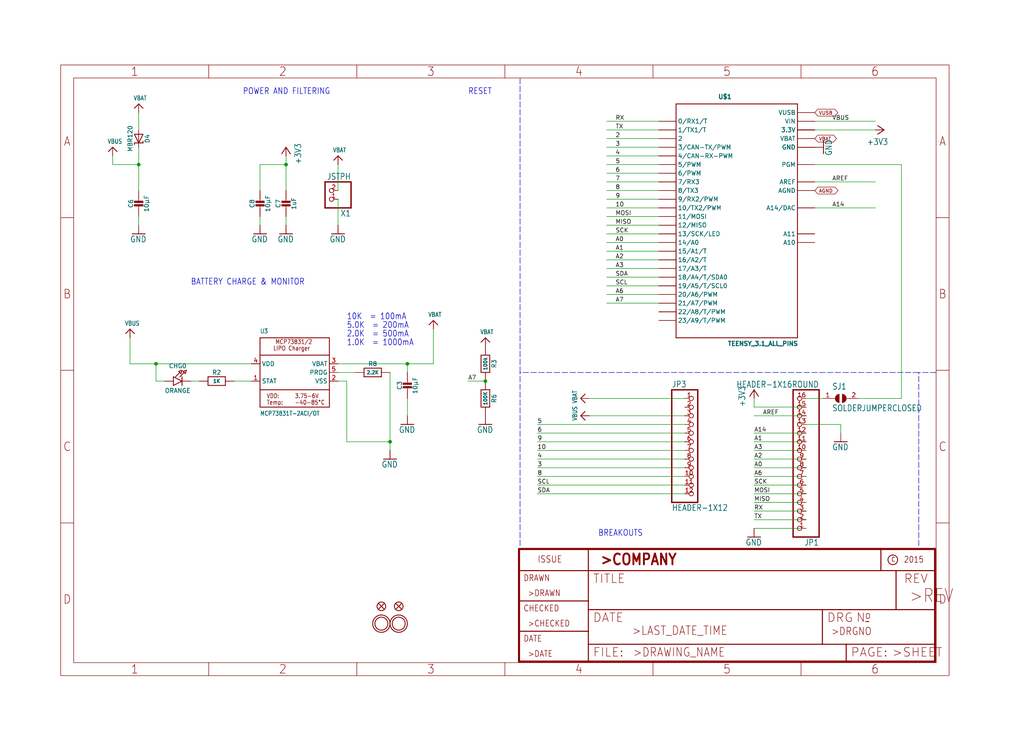
<source format=kicad_sch>
(kicad_sch (version 20211123) (generator eeschema)
  (paper "User" 300.076 217.881)
  (lib_symbols
    (symbol "eagleSchem-eagle-import:+3V3" (power)
      (property "Value" "+3V3" (at -2.54 -5.08 90))
      (symbol "+3V3_1_0"
        (polyline (pts (xy 0 0) (xy -1.27 -1.905)) (stroke (width 0.254)))
        (polyline (pts (xy 1.27 -1.905) (xy 0 0)) (stroke (width 0.254)))
        (pin power_in line (at 0 -2.54 90) (length 2.54) (name "+3V3") (number "1"))
      )
    )
    (symbol "eagleSchem-eagle-import:CAP_CERAMIC0603_NO"
      (property "Reference" "C" (at -2.29 1.25 90))
      (property "Value" "CAP_CERAMIC0603_NO" (at 2.3 1.25 90))
      (symbol "CAP_CERAMIC0603_NO_1_0"
        (rectangle (start -1.27 0.508) (end 1.27 1.016) (fill (type outline)))
        (rectangle (start -1.27 1.524) (end 1.27 2.032) (fill (type outline)))
        (polyline (pts (xy 0 0.762) (xy 0 0)) (stroke (width 0.1524)))
        (polyline (pts (xy 0 2.54) (xy 0 1.778)) (stroke (width 0.1524)))
        (pin passive line (at 0 5.08 270) (length 2.54) (name "1") (number "1"))
        (pin passive line (at 0 -2.54 90) (length 2.54) (name "2") (number "2"))
      )
    )
    (symbol "eagleSchem-eagle-import:CAP_CERAMIC0805-NOOUTLINE"
      (property "Reference" "C" (at -2.29 1.25 90))
      (property "Value" "CAP_CERAMIC0805-NOOUTLINE" (at 2.3 1.25 90))
      (symbol "CAP_CERAMIC0805-NOOUTLINE_1_0"
        (rectangle (start -1.27 0.508) (end 1.27 1.016) (fill (type outline)))
        (rectangle (start -1.27 1.524) (end 1.27 2.032) (fill (type outline)))
        (polyline (pts (xy 0 0.762) (xy 0 0)) (stroke (width 0.1524)))
        (polyline (pts (xy 0 2.54) (xy 0 1.778)) (stroke (width 0.1524)))
        (pin passive line (at 0 5.08 270) (length 2.54) (name "1") (number "1"))
        (pin passive line (at 0 -2.54 90) (length 2.54) (name "2") (number "2"))
      )
    )
    (symbol "eagleSchem-eagle-import:CON_JST_PH_2PIN"
      (property "Reference" "X" (at -6.35 5.715 0))
      (property "Value" "CON_JST_PH_2PIN" (at -6.35 -5.08 0))
      (symbol "CON_JST_PH_2PIN_1_0"
        (polyline (pts (xy -6.35 -2.54) (xy 1.27 -2.54)) (stroke (width 0.4064)))
        (polyline (pts (xy -6.35 5.08) (xy -6.35 -2.54)) (stroke (width 0.4064)))
        (polyline (pts (xy 1.27 -2.54) (xy 1.27 5.08)) (stroke (width 0.4064)))
        (polyline (pts (xy 1.27 5.08) (xy -6.35 5.08)) (stroke (width 0.4064)))
        (pin passive inverted (at -2.54 2.54 0) (length 2.54) (name "1") (number "1"))
        (pin passive inverted (at -2.54 0 0) (length 2.54) (name "2") (number "2"))
      )
    )
    (symbol "eagleSchem-eagle-import:DIODE-SCHOTTKYSOD-123"
      (property "Reference" "D" (at 0 2.54 0))
      (property "Value" "DIODE-SCHOTTKYSOD-123" (at 0 -2.5 0))
      (symbol "DIODE-SCHOTTKYSOD-123_1_0"
        (polyline (pts (xy -1.27 -1.27) (xy 1.27 0)) (stroke (width 0.254)))
        (polyline (pts (xy -1.27 1.27) (xy -1.27 -1.27)) (stroke (width 0.254)))
        (polyline (pts (xy 1.27 -1.27) (xy 1.778 -1.27)) (stroke (width 0.254)))
        (polyline (pts (xy 1.27 0) (xy -1.27 1.27)) (stroke (width 0.254)))
        (polyline (pts (xy 1.27 0) (xy 1.27 -1.27)) (stroke (width 0.254)))
        (polyline (pts (xy 1.27 1.27) (xy 0.762 1.27)) (stroke (width 0.254)))
        (polyline (pts (xy 1.27 1.27) (xy 1.27 0)) (stroke (width 0.254)))
        (pin passive line (at -2.54 0 0) (length 2.54) (name "A") (number "A"))
        (pin passive line (at 2.54 0 180) (length 2.54) (name "C") (number "C"))
      )
    )
    (symbol "eagleSchem-eagle-import:FIDUCIAL{dblquote}{dblquote}"
      (symbol "FIDUCIAL{dblquote}{dblquote}_1_0"
        (polyline (pts (xy -0.762 0.762) (xy 0.762 -0.762)) (stroke (width 0.254)))
        (polyline (pts (xy 0.762 0.762) (xy -0.762 -0.762)) (stroke (width 0.254)))
        (circle (center 0 0) (radius 1.27) (stroke (width 0.254)))
      )
    )
    (symbol "eagleSchem-eagle-import:FRAME_A4"
      (symbol "FRAME_A4_1_0"
        (polyline (pts (xy 0 44.7675) (xy 3.81 44.7675)))
        (polyline (pts (xy 0 89.535) (xy 3.81 89.535)))
        (polyline (pts (xy 0 134.3025) (xy 3.81 134.3025)))
        (polyline (pts (xy 3.81 3.81) (xy 3.81 175.26)))
        (polyline (pts (xy 43.3917 0) (xy 43.3917 3.81)))
        (polyline (pts (xy 43.3917 175.26) (xy 43.3917 179.07)))
        (polyline (pts (xy 86.7833 0) (xy 86.7833 3.81)))
        (polyline (pts (xy 86.7833 175.26) (xy 86.7833 179.07)))
        (polyline (pts (xy 130.175 0) (xy 130.175 3.81)))
        (polyline (pts (xy 130.175 175.26) (xy 130.175 179.07)))
        (polyline (pts (xy 173.5667 0) (xy 173.5667 3.81)))
        (polyline (pts (xy 173.5667 175.26) (xy 173.5667 179.07)))
        (polyline (pts (xy 216.9583 0) (xy 216.9583 3.81)))
        (polyline (pts (xy 216.9583 175.26) (xy 216.9583 179.07)))
        (polyline (pts (xy 256.54 3.81) (xy 3.81 3.81)))
        (polyline (pts (xy 256.54 3.81) (xy 256.54 8.89)) (stroke (width 0.1016)))
        (polyline (pts (xy 256.54 3.81) (xy 256.54 175.26)))
        (polyline (pts (xy 256.54 8.89) (xy 256.54 13.97)) (stroke (width 0.1016)))
        (polyline (pts (xy 256.54 13.97) (xy 256.54 19.05)) (stroke (width 0.1016)))
        (polyline (pts (xy 256.54 19.05) (xy 256.54 36.83)) (stroke (width 0.1016)))
        (polyline (pts (xy 256.54 44.7675) (xy 260.35 44.7675)))
        (polyline (pts (xy 256.54 89.535) (xy 260.35 89.535)))
        (polyline (pts (xy 256.54 134.3025) (xy 260.35 134.3025)))
        (polyline (pts (xy 256.54 175.26) (xy 3.81 175.26)))
        (polyline (pts (xy 0 0) (xy 260.35 0) (xy 260.35 179.07) (xy 0 179.07) (xy 0 0)))
        (text "1" (at 21.6958 1.905 0) (effects (font (size 2.54 2.286))))
        (text "1" (at 21.6958 177.165 0) (effects (font (size 2.54 2.286))))
        (text "2" (at 65.0875 1.905 0) (effects (font (size 2.54 2.286))))
        (text "2" (at 65.0875 177.165 0) (effects (font (size 2.54 2.286))))
        (text "3" (at 108.4792 1.905 0) (effects (font (size 2.54 2.286))))
        (text "3" (at 108.4792 177.165 0) (effects (font (size 2.54 2.286))))
        (text "4" (at 151.8708 1.905 0) (effects (font (size 2.54 2.286))))
        (text "4" (at 151.8708 177.165 0) (effects (font (size 2.54 2.286))))
        (text "5" (at 195.2625 1.905 0) (effects (font (size 2.54 2.286))))
        (text "5" (at 195.2625 177.165 0) (effects (font (size 2.54 2.286))))
        (text "6" (at 238.6542 1.905 0) (effects (font (size 2.54 2.286))))
        (text "6" (at 238.6542 177.165 0) (effects (font (size 2.54 2.286))))
        (text "A" (at 1.905 156.6863 0) (effects (font (size 2.54 2.286))))
        (text "A" (at 258.445 156.6863 0) (effects (font (size 2.54 2.286))))
        (text "B" (at 1.905 111.9188 0) (effects (font (size 2.54 2.286))))
        (text "B" (at 258.445 111.9188 0) (effects (font (size 2.54 2.286))))
        (text "C" (at 1.905 67.1513 0) (effects (font (size 2.54 2.286))))
        (text "C" (at 258.445 67.1513 0) (effects (font (size 2.54 2.286))))
        (text "D" (at 1.905 22.3838 0) (effects (font (size 2.54 2.286))))
        (text "D" (at 258.445 22.3838 0) (effects (font (size 2.54 2.286))))
      )
      (symbol "FRAME_A4_2_0"
        (polyline (pts (xy -0.3048 1.5748) (xy 20.0152 1.5748)) (stroke (width 0.6096)))
        (polyline (pts (xy -0.3048 10.4648) (xy -0.3048 1.5748)) (stroke (width 0.6096)))
        (polyline (pts (xy -0.3048 10.4648) (xy 20.0152 10.4648)) (stroke (width 0.3048)))
        (polyline (pts (xy -0.3048 19.3548) (xy -0.3048 10.4648)) (stroke (width 0.6096)))
        (polyline (pts (xy -0.3048 19.3548) (xy 20.0152 19.3548)) (stroke (width 0.3048)))
        (polyline (pts (xy -0.3048 28.2448) (xy -0.3048 19.3548)) (stroke (width 0.6096)))
        (polyline (pts (xy -0.3048 28.2448) (xy 20.0152 28.2448)) (stroke (width 0.3048)))
        (polyline (pts (xy -0.3048 34.5948) (xy -0.3048 28.2448)) (stroke (width 0.6096)))
        (polyline (pts (xy 20.0152 1.5748) (xy 20.0152 6.6548)) (stroke (width 0.3048)))
        (polyline (pts (xy 20.0152 1.5748) (xy 95.5802 1.5748)) (stroke (width 0.6096)))
        (polyline (pts (xy 20.0152 6.6548) (xy 20.0152 10.4648)) (stroke (width 0.3048)))
        (polyline (pts (xy 20.0152 6.6548) (xy 88.5952 6.6548)) (stroke (width 0.3048)))
        (polyline (pts (xy 20.0152 10.4648) (xy 20.0152 16.8148)) (stroke (width 0.3048)))
        (polyline (pts (xy 20.0152 16.8148) (xy 20.0152 19.3548)) (stroke (width 0.3048)))
        (polyline (pts (xy 20.0152 19.3548) (xy 20.0152 28.2448)) (stroke (width 0.3048)))
        (polyline (pts (xy 20.0152 28.2448) (xy 20.0152 34.5948)) (stroke (width 0.3048)))
        (polyline (pts (xy 20.0152 28.2448) (xy 105.7402 28.2448)) (stroke (width 0.3048)))
        (polyline (pts (xy 20.0152 34.5948) (xy -0.3048 34.5948)) (stroke (width 0.6096)))
        (polyline (pts (xy 88.5952 6.6548) (xy 95.5802 6.6548)) (stroke (width 0.3048)))
        (polyline (pts (xy 88.5952 16.8148) (xy 20.0152 16.8148)) (stroke (width 0.3048)))
        (polyline (pts (xy 88.5952 16.8148) (xy 88.5952 6.6548)) (stroke (width 0.3048)))
        (polyline (pts (xy 95.5802 1.5748) (xy 121.6152 1.5748)) (stroke (width 0.6096)))
        (polyline (pts (xy 95.5802 6.6548) (xy 95.5802 1.5748)) (stroke (width 0.3048)))
        (polyline (pts (xy 95.5802 6.6548) (xy 121.6152 6.6548)) (stroke (width 0.3048)))
        (polyline (pts (xy 101.2952 13.3223) (xy 102.2477 13.3223)) (stroke (width 0.254)))
        (polyline (pts (xy 105.7402 28.2448) (xy 105.7402 34.5948)) (stroke (width 0.3048)))
        (polyline (pts (xy 105.7402 28.2448) (xy 110.1852 28.2448)) (stroke (width 0.3048)))
        (polyline (pts (xy 105.7402 34.5948) (xy 20.0152 34.5948)) (stroke (width 0.6096)))
        (polyline (pts (xy 110.1852 16.8148) (xy 88.5952 16.8148)) (stroke (width 0.3048)))
        (polyline (pts (xy 110.1852 28.2448) (xy 110.1852 16.8148)) (stroke (width 0.3048)))
        (polyline (pts (xy 110.1852 28.2448) (xy 121.6152 28.2448)) (stroke (width 0.3048)))
        (polyline (pts (xy 121.6152 6.6548) (xy 121.6152 1.5748)) (stroke (width 0.6096)))
        (polyline (pts (xy 121.6152 16.8148) (xy 110.1852 16.8148)) (stroke (width 0.3048)))
        (polyline (pts (xy 121.6152 16.8148) (xy 121.6152 6.6548)) (stroke (width 0.6096)))
        (polyline (pts (xy 121.6152 28.2448) (xy 121.6152 16.8148)) (stroke (width 0.6096)))
        (polyline (pts (xy 121.6152 34.5948) (xy 105.7402 34.5948)) (stroke (width 0.6096)))
        (polyline (pts (xy 121.6152 34.5948) (xy 121.6152 28.2448)) (stroke (width 0.6096)))
        (circle (center 109.2327 31.4198) (radius 1.4199) (stroke (width 0.254)))
        (text "2015" (at 112.4077 30.4673 0) (effects (font (size 1.778 1.5113)) (justify left bottom)))
        (text ">CHECKED" (at 2.2352 11.7348 0) (effects (font (size 1.778 1.5113)) (justify left bottom)))
        (text ">COMPANY" (at 23.349 29.6735 0) (effects (font (size 3.175 2.6987) (thickness 0.5397) bold) (justify left bottom)))
        (text ">DATE" (at 2.2352 2.8448 0) (effects (font (size 1.778 1.5113)) (justify left bottom)))
        (text ">DRAWING_NAME" (at 33.0327 2.8448 0) (effects (font (size 2.54 2.159)) (justify left bottom)))
        (text ">DRAWN" (at 2.2352 20.6248 0) (effects (font (size 1.778 1.5113)) (justify left bottom)))
        (text ">DRGNO" (at 91.1352 9.1948 0) (effects (font (size 2.1844 1.8567)) (justify left bottom)))
        (text ">LAST_DATE_TIME" (at 32.7152 9.1948 0) (effects (font (size 2.54 2.159)) (justify left bottom)))
        (text ">REV" (at 113.9952 18.7198 0) (effects (font (size 3.81 3.2385)) (justify left bottom)))
        (text ">SHEET" (at 108.9152 2.8448 0) (effects (font (size 2.54 2.54)) (justify left bottom)))
        (text "C" (at 108.7564 30.7848 0) (effects (font (size 1.27 1.0795)) (justify left bottom)))
        (text "CHECKED" (at 0.9652 16.1798 0) (effects (font (size 1.778 1.5113)) (justify left bottom)))
        (text "DATE" (at 0.9652 7.2898 0) (effects (font (size 1.778 1.5113)) (justify left bottom)))
        (text "DATE" (at 21.2852 13.0048 0) (effects (font (size 2.54 2.54)) (justify left bottom)))
        (text "DRAWN" (at 0.9652 25.0698 0) (effects (font (size 1.778 1.5113)) (justify left bottom)))
        (text "DRG" (at 89.8652 13.0048 0) (effects (font (size 2.54 2.54)) (justify left bottom)))
        (text "FILE:" (at 21.2852 2.8448 0) (effects (font (size 2.54 2.54)) (justify left bottom)))
        (text "ISSUE" (at 5.0927 30.4673 0) (effects (font (size 1.9304 1.6408)) (justify left bottom)))
        (text "N" (at 98.4377 13.0048 0) (effects (font (size 2.54 2.54)) (justify left bottom)))
        (text "o" (at 100.9777 13.9573 0) (effects (font (size 2.1844 1.8567)) (justify left bottom)))
        (text "PAGE:" (at 96.8502 2.8448 0) (effects (font (size 2.54 2.54)) (justify left bottom)))
        (text "REV" (at 112.4077 24.4348 0) (effects (font (size 2.54 2.54)) (justify left bottom)))
        (text "TITLE" (at 21.2852 24.4348 0) (effects (font (size 2.54 2.54)) (justify left bottom)))
      )
    )
    (symbol "eagleSchem-eagle-import:GND" (power)
      (property "Value" "GND" (at -2.54 -2.54 0))
      (symbol "GND_1_0"
        (polyline (pts (xy -1.905 0) (xy 1.905 0)) (stroke (width 0.254)))
        (pin power_in line (at 0 2.54 270) (length 2.54) (name "GND") (number "1"))
      )
    )
    (symbol "eagleSchem-eagle-import:HEADER-1X12"
      (property "Reference" "JP" (at -6.35 18.415 0))
      (property "Value" "HEADER-1X12" (at -6.35 -17.78 0))
      (symbol "HEADER-1X12_1_0"
        (polyline (pts (xy -6.35 -15.24) (xy 1.27 -15.24)) (stroke (width 0.4064)))
        (polyline (pts (xy -6.35 17.78) (xy -6.35 -15.24)) (stroke (width 0.4064)))
        (polyline (pts (xy 1.27 -15.24) (xy 1.27 17.78)) (stroke (width 0.4064)))
        (polyline (pts (xy 1.27 17.78) (xy -6.35 17.78)) (stroke (width 0.4064)))
        (pin passive inverted (at -2.54 15.24 0) (length 2.54) (name "1") (number "1"))
        (pin passive inverted (at -2.54 -7.62 0) (length 2.54) (name "10") (number "10"))
        (pin passive inverted (at -2.54 -10.16 0) (length 2.54) (name "11") (number "11"))
        (pin passive inverted (at -2.54 -12.7 0) (length 2.54) (name "12") (number "12"))
        (pin passive inverted (at -2.54 12.7 0) (length 2.54) (name "2") (number "2"))
        (pin passive inverted (at -2.54 10.16 0) (length 2.54) (name "3") (number "3"))
        (pin passive inverted (at -2.54 7.62 0) (length 2.54) (name "4") (number "4"))
        (pin passive inverted (at -2.54 5.08 0) (length 2.54) (name "5") (number "5"))
        (pin passive inverted (at -2.54 2.54 0) (length 2.54) (name "6") (number "6"))
        (pin passive inverted (at -2.54 0 0) (length 2.54) (name "7") (number "7"))
        (pin passive inverted (at -2.54 -2.54 0) (length 2.54) (name "8") (number "8"))
        (pin passive inverted (at -2.54 -5.08 0) (length 2.54) (name "9") (number "9"))
      )
    )
    (symbol "eagleSchem-eagle-import:HEADER-1X16ROUND"
      (property "Reference" "JP" (at -6.35 20.955 0))
      (property "Value" "HEADER-1X16ROUND" (at -6.35 -25.4 0))
      (symbol "HEADER-1X16ROUND_1_0"
        (polyline (pts (xy -6.35 -22.86) (xy 1.27 -22.86)) (stroke (width 0.4064)))
        (polyline (pts (xy -6.35 20.32) (xy -6.35 -22.86)) (stroke (width 0.4064)))
        (polyline (pts (xy 1.27 -22.86) (xy 1.27 20.32)) (stroke (width 0.4064)))
        (polyline (pts (xy 1.27 20.32) (xy -6.35 20.32)) (stroke (width 0.4064)))
        (pin passive inverted (at -2.54 17.78 0) (length 2.54) (name "1") (number "1"))
        (pin passive inverted (at -2.54 -5.08 0) (length 2.54) (name "10") (number "10"))
        (pin passive inverted (at -2.54 -7.62 0) (length 2.54) (name "11") (number "11"))
        (pin passive inverted (at -2.54 -10.16 0) (length 2.54) (name "12") (number "12"))
        (pin passive inverted (at -2.54 -12.7 0) (length 2.54) (name "13") (number "13"))
        (pin passive inverted (at -2.54 -15.24 0) (length 2.54) (name "14") (number "14"))
        (pin passive inverted (at -2.54 -17.78 0) (length 2.54) (name "15") (number "15"))
        (pin passive inverted (at -2.54 -20.32 0) (length 2.54) (name "16") (number "16"))
        (pin passive inverted (at -2.54 15.24 0) (length 2.54) (name "2") (number "2"))
        (pin passive inverted (at -2.54 12.7 0) (length 2.54) (name "3") (number "3"))
        (pin passive inverted (at -2.54 10.16 0) (length 2.54) (name "4") (number "4"))
        (pin passive inverted (at -2.54 7.62 0) (length 2.54) (name "5") (number "5"))
        (pin passive inverted (at -2.54 5.08 0) (length 2.54) (name "6") (number "6"))
        (pin passive inverted (at -2.54 2.54 0) (length 2.54) (name "7") (number "7"))
        (pin passive inverted (at -2.54 0 0) (length 2.54) (name "8") (number "8"))
        (pin passive inverted (at -2.54 -2.54 0) (length 2.54) (name "9") (number "9"))
      )
    )
    (symbol "eagleSchem-eagle-import:LED0805_NOOUTLINE"
      (property "Reference" "D" (at -1.27 4.445 0))
      (property "Value" "LED0805_NOOUTLINE" (at -1.27 -2.794 0))
      (symbol "LED0805_NOOUTLINE_1_0"
        (polyline (pts (xy -2.54 -1.27) (xy 0 0)) (stroke (width 0.254)))
        (polyline (pts (xy -2.54 1.27) (xy -2.54 -1.27)) (stroke (width 0.254)))
        (polyline (pts (xy -1.905 1.27) (xy -0.635 2.54)) (stroke (width 0.254)))
        (polyline (pts (xy -0.9525 2.8575) (xy -0.3175 2.2225)) (stroke (width 0.254)))
        (polyline (pts (xy -0.635 1.27) (xy 0.635 2.54)) (stroke (width 0.254)))
        (polyline (pts (xy -0.3175 2.2225) (xy 0 3.175)) (stroke (width 0.254)))
        (polyline (pts (xy 0 0) (xy -2.54 1.27)) (stroke (width 0.254)))
        (polyline (pts (xy 0 0) (xy 0 -1.27)) (stroke (width 0.254)))
        (polyline (pts (xy 0 1.27) (xy 0 0)) (stroke (width 0.254)))
        (polyline (pts (xy 0 3.175) (xy -0.9525 2.8575)) (stroke (width 0.254)))
        (polyline (pts (xy 0.3175 2.8575) (xy 0.9525 2.2225)) (stroke (width 0.254)))
        (polyline (pts (xy 0.9525 2.2225) (xy 1.27 3.175)) (stroke (width 0.254)))
        (polyline (pts (xy 1.27 3.175) (xy 0.3175 2.8575)) (stroke (width 0.254)))
        (pin passive line (at -5.08 0 0) (length 2.54) (name "A") (number "A"))
        (pin passive line (at 2.54 0 180) (length 2.54) (name "C") (number "C"))
      )
    )
    (symbol "eagleSchem-eagle-import:MCP73831{slash}2"
      (property "Reference" "U" (at -10.16 11.43 0))
      (property "Value" "MCP73831{slash}2" (at -10.16 -12.7 0))
      (symbol "MCP73831{slash}2_1_0"
        (polyline (pts (xy -10.16 -5.08) (xy -10.16 -10.16)) (stroke (width 0.254)))
        (polyline (pts (xy -10.16 -5.08) (xy -10.16 5.08)) (stroke (width 0.254)))
        (polyline (pts (xy -10.16 5.08) (xy 10.16 5.08)) (stroke (width 0.254)))
        (polyline (pts (xy -10.16 10.16) (xy -10.16 5.08)) (stroke (width 0.254)))
        (polyline (pts (xy -10.16 10.16) (xy 10.16 10.16)) (stroke (width 0.254)))
        (polyline (pts (xy 10.16 -10.16) (xy -10.16 -10.16)) (stroke (width 0.254)))
        (polyline (pts (xy 10.16 -5.08) (xy -10.16 -5.08)) (stroke (width 0.254)))
        (polyline (pts (xy 10.16 -5.08) (xy 10.16 -10.16)) (stroke (width 0.254)))
        (polyline (pts (xy 10.16 5.08) (xy 10.16 -5.08)) (stroke (width 0.254)))
        (polyline (pts (xy 10.16 10.16) (xy 10.16 5.08)) (stroke (width 0.254)))
        (text "-40-85°C" (at 0 -9.525 0) (effects (font (size 1.27 1.0795)) (justify left bottom)))
        (text "3.75-6V" (at 0 -7.62 0) (effects (font (size 1.27 1.0795)) (justify left bottom)))
        (text "LIPO Charger" (at -6.35 6.35 0) (effects (font (size 1.27 1.0795)) (justify left bottom)))
        (text "MCP73831/2" (at -5.715 8.255 0) (effects (font (size 1.27 1.0795)) (justify left bottom)))
        (text "Temp:" (at -8.255 -9.525 0) (effects (font (size 1.27 1.0795)) (justify left bottom)))
        (text "VDD:" (at -8.255 -7.62 0) (effects (font (size 1.27 1.0795)) (justify left bottom)))
        (pin output line (at -12.7 -2.54 0) (length 2.54) (name "STAT") (number "1"))
        (pin power_in line (at 12.7 -2.54 180) (length 2.54) (name "VSS") (number "2"))
        (pin power_in line (at 12.7 2.54 180) (length 2.54) (name "VBAT") (number "3"))
        (pin power_in line (at -12.7 2.54 0) (length 2.54) (name "VDD") (number "4"))
        (pin input line (at 12.7 0 180) (length 2.54) (name "PROG") (number "5"))
      )
    )
    (symbol "eagleSchem-eagle-import:MOUNTINGHOLE2.5"
      (symbol "MOUNTINGHOLE2.5_1_0"
        (circle (center 0 0) (radius 1.905) (stroke (width 0.254)))
        (circle (center 0 0) (radius 2.54) (stroke (width 0.254)))
      )
    )
    (symbol "eagleSchem-eagle-import:RESISTOR_0603_NOOUT"
      (property "Reference" "R" (at 0 2.54 0))
      (property "Value" "RESISTOR_0603_NOOUT" (at 0 0 0))
      (symbol "RESISTOR_0603_NOOUT_1_0"
        (polyline (pts (xy -2.54 -1.27) (xy -2.54 1.27)) (stroke (width 0.254)))
        (polyline (pts (xy -2.54 1.27) (xy 2.54 1.27)) (stroke (width 0.254)))
        (polyline (pts (xy 2.54 -1.27) (xy -2.54 -1.27)) (stroke (width 0.254)))
        (polyline (pts (xy 2.54 1.27) (xy 2.54 -1.27)) (stroke (width 0.254)))
        (pin passive line (at -5.08 0 0) (length 2.54) (name "1") (number "1"))
        (pin passive line (at 5.08 0 180) (length 2.54) (name "2") (number "2"))
      )
    )
    (symbol "eagleSchem-eagle-import:SOLDERJUMPERCLOSED"
      (property "Reference" "SJ" (at -2.54 2.54 0))
      (property "Value" "SOLDERJUMPERCLOSED" (at -2.54 -3.81 0))
      (symbol "SOLDERJUMPERCLOSED_1_0"
        (arc (start -0.381 1.2699) (mid -1.6508 0) (end -0.381 -1.2699) (stroke (width 0.0001)) (fill (type outline)))
        (polyline (pts (xy -2.54 0) (xy -1.651 0)) (stroke (width 0.1524)))
        (polyline (pts (xy 2.54 0) (xy 1.651 0)) (stroke (width 0.1524)))
        (arc (start 0.381 -1.2699) (mid 1.6508 0) (end 0.381 1.2699) (stroke (width 0.0001)) (fill (type outline)))
        (pin passive line (at -5.08 0 0) (length 2.54) (name "1") (number "1"))
        (pin passive line (at 5.08 0 180) (length 2.54) (name "2") (number "2"))
      )
    )
    (symbol "eagleSchem-eagle-import:TEENSY_3.1_ALL_PINS"
      (property "Value" "TEENSY_3.1_ALL_PINS" (at -2.794 -38.1 0))
      (symbol "TEENSY_3.1_ALL_PINS_1_0"
        (polyline (pts (xy -17.78 -35.56) (xy 17.78 -35.56)) (stroke (width 0.254)))
        (polyline (pts (xy -17.78 33.02) (xy -17.78 -35.56)) (stroke (width 0.254)))
        (polyline (pts (xy 17.78 -35.56) (xy 17.78 33.02)) (stroke (width 0.254)))
        (polyline (pts (xy 17.78 33.02) (xy -17.78 33.02)) (stroke (width 0.254)))
        (pin bidirectional line (at -22.86 27.94 0) (length 5.08) (name "0/RX1/T") (number "0"))
        (pin bidirectional line (at -22.86 25.4 0) (length 5.08) (name "1/TX1/T") (number "1"))
        (pin bidirectional line (at -22.86 2.54 0) (length 5.08) (name "10/TX2/PWM") (number "10"))
        (pin bidirectional line (at -22.86 0 0) (length 5.08) (name "11/MOSI") (number "11"))
        (pin bidirectional line (at -22.86 -2.54 0) (length 5.08) (name "12/MISO") (number "12"))
        (pin bidirectional line (at -22.86 -5.08 0) (length 5.08) (name "13/SCK/LED") (number "13"))
        (pin bidirectional line (at -22.86 -7.62 0) (length 5.08) (name "14/A0") (number "14/A0"))
        (pin bidirectional line (at -22.86 -10.16 0) (length 5.08) (name "15/A1/T") (number "15/A1"))
        (pin bidirectional line (at -22.86 -12.7 0) (length 5.08) (name "16/A2/T") (number "16/A2"))
        (pin bidirectional line (at -22.86 -15.24 0) (length 5.08) (name "17/A3/T") (number "17/A3"))
        (pin bidirectional line (at -22.86 -17.78 0) (length 5.08) (name "18/A4/T/SDA0") (number "18/A4"))
        (pin bidirectional line (at -22.86 -20.32 0) (length 5.08) (name "19/A5/T/SCL0") (number "19/A5"))
        (pin bidirectional line (at -22.86 22.86 0) (length 5.08) (name "2") (number "2"))
        (pin bidirectional line (at -22.86 -22.86 0) (length 5.08) (name "20/A6/PWM") (number "20/A6"))
        (pin bidirectional line (at -22.86 -25.4 0) (length 5.08) (name "21/A7/PWM") (number "21/A7"))
        (pin bidirectional line (at -22.86 -27.94 0) (length 5.08) (name "22/A8/T/PWM") (number "22/A8"))
        (pin bidirectional line (at -22.86 -30.48 0) (length 5.08) (name "23/A9/T/PWM") (number "23/A9"))
        (pin bidirectional line (at -22.86 20.32 0) (length 5.08) (name "3/CAN-TX/PWM") (number "3"))
        (pin power_in line (at 22.86 25.4 180) (length 5.08) (name "3.3V") (number "3.3V"))
        (pin power_in line (at 22.86 25.4 180) (length 5.08) (name "3.3V") (number "3.3V1"))
        (pin bidirectional line (at -22.86 17.78 0) (length 5.08) (name "4/CAN-RX-PWM") (number "4"))
        (pin bidirectional line (at -22.86 15.24 0) (length 5.08) (name "5/PWM") (number "5"))
        (pin bidirectional line (at -22.86 12.7 0) (length 5.08) (name "6/PWM") (number "6"))
        (pin bidirectional line (at -22.86 10.16 0) (length 5.08) (name "7/RX3") (number "7"))
        (pin bidirectional line (at -22.86 7.62 0) (length 5.08) (name "8/TX3") (number "8"))
        (pin bidirectional line (at -22.86 5.08 0) (length 5.08) (name "9/RX2/PWM") (number "9"))
        (pin bidirectional line (at 22.86 -7.62 180) (length 5.08) (name "A10") (number "A10"))
        (pin bidirectional line (at 22.86 -5.08 180) (length 5.08) (name "A11") (number "A11"))
        (pin power_in line (at 22.86 7.62 180) (length 5.08) (name "AGND") (number "AGND"))
        (pin power_in line (at 22.86 10.16 180) (length 5.08) (name "AREF") (number "AREF"))
        (pin power_in line (at 22.86 20.32 180) (length 5.08) (name "GND") (number "GND"))
        (pin power_in line (at 22.86 20.32 180) (length 5.08) (name "GND") (number "GND1"))
        (pin bidirectional line (at 22.86 15.24 180) (length 5.08) (name "PGM") (number "PGM"))
        (pin bidirectional line (at 22.86 2.54 180) (length 5.08) (name "A14/DAC") (number "RESET/DAC"))
        (pin power_in line (at 22.86 22.86 180) (length 5.08) (name "VBAT") (number "VBAT"))
        (pin power_in line (at 22.86 27.94 180) (length 5.08) (name "VIN") (number "VIN"))
        (pin power_in line (at 22.86 30.48 180) (length 5.08) (name "VUSB") (number "VUSB"))
      )
    )
    (symbol "eagleSchem-eagle-import:VBAT" (power)
      (property "Value" "VBAT" (at -1.524 1.016 0))
      (symbol "VBAT_1_0"
        (polyline (pts (xy -1.27 -1.27) (xy 0 0)) (stroke (width 0.254)))
        (polyline (pts (xy 0 0) (xy 1.27 -1.27)) (stroke (width 0.254)))
        (pin power_in line (at 0 -2.54 90) (length 2.54) (name "VBAT") (number "1"))
      )
    )
    (symbol "eagleSchem-eagle-import:VBUS" (power)
      (property "Value" "VBUS" (at -1.524 1.016 0))
      (symbol "VBUS_1_0"
        (polyline (pts (xy -1.27 -1.27) (xy 0 0)) (stroke (width 0.254)))
        (polyline (pts (xy 0 0) (xy 1.27 -1.27)) (stroke (width 0.254)))
        (pin power_in line (at 0 -2.54 90) (length 2.54) (name "VBUS") (number "1"))
      )
    )
  )
  (junction (at 119.38 106.68))
  (junction (at 45.72 106.68))
  (junction (at 40.64 48.26))
  (junction (at 83.82 48.26))
  (junction (at 142.24 111.76))
  (junction (at 114.3 129.54))
  (wire (pts (xy 114.3 109.22) (xy 114.3 129.54)))
  (wire (pts (xy 45.72 111.76) (xy 45.72 106.68)))
  (wire (pts (xy 220.98 154.94) (xy 236.22 154.94)))
  (wire (pts (xy 99.06 111.76) (xy 101.6 111.76)))
  (wire (pts (xy 38.1 106.68) (xy 45.72 106.68)))
  (polyline (pts (xy 152.4 109.22) (xy 152.4 22.86)))
  (wire (pts (xy 220.98 139.7) (xy 236.22 139.7)))
  (wire (pts (xy 238.76 60.96) (xy 256.54 60.96)))
  (wire (pts (xy 251.46 116.84) (xy 264.16 116.84)))
  (wire (pts (xy 220.98 116.84) (xy 220.98 119.38)))
  (wire (pts (xy 157.48 132.08) (xy 200.66 132.08)))
  (wire (pts (xy 177.8 86.36) (xy 193.04 86.36)))
  (wire (pts (xy 38.1 99.06) (xy 38.1 106.68)))
  (wire (pts (xy 238.76 53.34) (xy 256.54 53.34)))
  (wire (pts (xy 177.8 81.28) (xy 193.04 81.28)))
  (wire (pts (xy 200.66 139.7) (xy 157.48 139.7)))
  (wire (pts (xy 119.38 109.22) (xy 119.38 106.68)))
  (wire (pts (xy 83.82 48.26) (xy 83.82 45.72)))
  (wire (pts (xy 220.98 119.38) (xy 236.22 119.38)))
  (wire (pts (xy 236.22 142.24) (xy 220.98 142.24)))
  (wire (pts (xy 177.8 60.96) (xy 193.04 60.96)))
  (wire (pts (xy 177.8 45.72) (xy 193.04 45.72)))
  (wire (pts (xy 157.48 144.78) (xy 200.66 144.78)))
  (wire (pts (xy 220.98 129.54) (xy 236.22 129.54)))
  (wire (pts (xy 119.38 106.68) (xy 99.06 106.68)))
  (wire (pts (xy 193.04 73.66) (xy 177.8 73.66)))
  (polyline (pts (xy 269.24 160.02) (xy 269.24 109.22)))
  (wire (pts (xy 193.04 68.58) (xy 177.8 68.58)))
  (wire (pts (xy 55.88 111.76) (xy 58.42 111.76)))
  (wire (pts (xy 76.2 55.88) (xy 76.2 48.26)))
  (wire (pts (xy 40.64 38.1) (xy 40.64 33.02)))
  (wire (pts (xy 99.06 66.04) (xy 99.06 58.42)))
  (wire (pts (xy 236.22 132.08) (xy 220.98 132.08)))
  (wire (pts (xy 101.6 111.76) (xy 101.6 129.54)))
  (wire (pts (xy 83.82 48.26) (xy 83.82 55.88)))
  (wire (pts (xy 177.8 43.18) (xy 193.04 43.18)))
  (wire (pts (xy 193.04 63.5) (xy 177.8 63.5)))
  (wire (pts (xy 220.98 152.4) (xy 236.22 152.4)))
  (wire (pts (xy 200.66 142.24) (xy 157.48 142.24)))
  (wire (pts (xy 172.72 116.84) (xy 200.66 116.84)))
  (wire (pts (xy 193.04 38.1) (xy 177.8 38.1)))
  (wire (pts (xy 193.04 55.88) (xy 177.8 55.88)))
  (wire (pts (xy 114.3 129.54) (xy 114.3 132.08)))
  (wire (pts (xy 157.48 137.16) (xy 200.66 137.16)))
  (wire (pts (xy 177.8 71.12) (xy 193.04 71.12)))
  (wire (pts (xy 220.98 134.62) (xy 236.22 134.62)))
  (wire (pts (xy 200.66 134.62) (xy 157.48 134.62)))
  (wire (pts (xy 101.6 129.54) (xy 114.3 129.54)))
  (wire (pts (xy 236.22 124.46) (xy 246.38 124.46)))
  (wire (pts (xy 142.24 111.76) (xy 137.16 111.76)))
  (wire (pts (xy 200.66 121.92) (xy 172.72 121.92)))
  (wire (pts (xy 264.16 48.26) (xy 238.76 48.26)))
  (wire (pts (xy 45.72 106.68) (xy 73.66 106.68)))
  (wire (pts (xy 238.76 35.56) (xy 256.54 35.56)))
  (wire (pts (xy 220.98 147.32) (xy 236.22 147.32)))
  (wire (pts (xy 157.48 127) (xy 200.66 127)))
  (wire (pts (xy 236.22 121.92) (xy 220.98 121.92)))
  (wire (pts (xy 193.04 40.64) (xy 177.8 40.64)))
  (wire (pts (xy 236.22 144.78) (xy 220.98 144.78)))
  (wire (pts (xy 177.8 66.04) (xy 193.04 66.04)))
  (wire (pts (xy 33.02 48.26) (xy 40.64 48.26)))
  (wire (pts (xy 119.38 116.84) (xy 119.38 121.92)))
  (wire (pts (xy 127 96.52) (xy 127 106.68)))
  (wire (pts (xy 119.38 106.68) (xy 127 106.68)))
  (wire (pts (xy 177.8 76.2) (xy 193.04 76.2)))
  (wire (pts (xy 177.8 50.8) (xy 193.04 50.8)))
  (wire (pts (xy 193.04 48.26) (xy 177.8 48.26)))
  (wire (pts (xy 99.06 109.22) (xy 104.14 109.22)))
  (polyline (pts (xy 274.32 109.22) (xy 269.24 109.22)))
  (wire (pts (xy 236.22 137.16) (xy 220.98 137.16)))
  (wire (pts (xy 68.58 111.76) (xy 73.66 111.76)))
  (polyline (pts (xy 269.24 109.22) (xy 152.4 109.22)))
  (wire (pts (xy 236.22 127) (xy 220.98 127)))
  (wire (pts (xy 76.2 63.5) (xy 76.2 66.04)))
  (wire (pts (xy 177.8 58.42) (xy 193.04 58.42)))
  (wire (pts (xy 246.38 124.46) (xy 246.38 127)))
  (wire (pts (xy 256.54 38.1) (xy 238.76 38.1)))
  (wire (pts (xy 193.04 78.74) (xy 177.8 78.74)))
  (wire (pts (xy 236.22 149.86) (xy 220.98 149.86)))
  (wire (pts (xy 48.26 111.76) (xy 45.72 111.76)))
  (wire (pts (xy 76.2 48.26) (xy 83.82 48.26)))
  (wire (pts (xy 200.66 129.54) (xy 157.48 129.54)))
  (wire (pts (xy 40.64 43.18) (xy 40.64 48.26)))
  (wire (pts (xy 40.64 48.26) (xy 40.64 55.88)))
  (wire (pts (xy 40.64 63.5) (xy 40.64 66.04)))
  (wire (pts (xy 83.82 63.5) (xy 83.82 66.04)))
  (polyline (pts (xy 152.4 160.02) (xy 152.4 109.22)))
  (wire (pts (xy 33.02 45.72) (xy 33.02 48.26)))
  (wire (pts (xy 264.16 116.84) (xy 264.16 48.26)))
  (wire (pts (xy 241.3 116.84) (xy 236.22 116.84)))
  (wire (pts (xy 193.04 88.9) (xy 177.8 88.9)))
  (wire (pts (xy 193.04 35.56) (xy 177.8 35.56)))
  (wire (pts (xy 99.06 48.26) (xy 99.06 55.88)))
  (wire (pts (xy 193.04 53.34) (xy 177.8 53.34)))
  (wire (pts (xy 193.04 83.82) (xy 177.8 83.82)))
  (wire (pts (xy 200.66 124.46) (xy 157.48 124.46)))
  (text "BATTERY CHARGE & MONITOR" (at 55.88 83.82 180) (effects (font (size 1.778 1.5113)) (justify left bottom)))
  (text "10K  = 100mA" (at 101.6 93.98 180) (effects (font (size 1.778 1.5113)) (justify left bottom)))
  (text "5.0K  = 200mA" (at 101.6 96.52 180) (effects (font (size 1.778 1.5113)) (justify left bottom)))
  (text "2.0K  = 500mA" (at 101.6 99.06 180) (effects (font (size 1.778 1.5113)) (justify left bottom)))
  (text "POWER AND FILTERING" (at 71.12 27.94 180) (effects (font (size 1.778 1.5113)) (justify left bottom)))
  (text "1.0K  = 1000mA" (at 101.6 101.6 180) (effects (font (size 1.778 1.5113)) (justify left bottom)))
  (text "RESET" (at 137.16 27.94 180) (effects (font (size 1.778 1.5113)) (justify left bottom)))
  (text "BREAKOUTS" (at 175.26 157.48 180) (effects (font (size 1.778 1.5113)) (justify left bottom)))
  (label "SDA" (at 180.34 81.28 0) (effects (font (size 1.2446 1.2446))))
  (label "TX" (at 180.34 38.1 0) (effects (font (size 1.2446 1.2446))))
  (label "A3" (at 220.98 132.08 0) (effects (font (size 1.2446 1.2446))))
  (label "MOSI" (at 180.34 63.5 0) (effects (font (size 1.2446 1.2446))))
  (label "TX" (at 220.98 152.4 0) (effects (font (size 1.2446 1.2446))))
  (label "9" (at 180.34 58.42 0) (effects (font (size 1.2446 1.2446))))
  (label "5" (at 157.48 124.46 0) (effects (font (size 1.2446 1.2446))))
  (label "8" (at 180.34 55.88 0) (effects (font (size 1.2446 1.2446))))
  (label "A7" (at 137.16 111.76 0) (effects (font (size 1.2446 1.2446))))
  (label "AREF" (at 223.52 121.92 0) (effects (font (size 1.2446 1.2446))))
  (label "A14" (at 220.98 127 0) (effects (font (size 1.2446 1.2446))))
  (label "A2" (at 180.34 76.2 0) (effects (font (size 1.2446 1.2446))))
  (label "3" (at 180.34 43.18 0) (effects (font (size 1.2446 1.2446))))
  (label "SDA" (at 157.48 144.78 0) (effects (font (size 1.2446 1.2446))))
  (label "10" (at 180.34 60.96 0) (effects (font (size 1.2446 1.2446))))
  (label "RX" (at 180.34 35.56 0) (effects (font (size 1.2446 1.2446))))
  (label "6" (at 180.34 50.8 0) (effects (font (size 1.2446 1.2446))))
  (label "SCK" (at 220.98 142.24 0) (effects (font (size 1.2446 1.2446))))
  (label "A7" (at 180.34 88.9 0) (effects (font (size 1.2446 1.2446))))
  (label "A2" (at 220.98 134.62 0) (effects (font (size 1.2446 1.2446))))
  (label "SCK" (at 180.34 68.58 0) (effects (font (size 1.2446 1.2446))))
  (label "AREF" (at 243.84 53.34 0) (effects (font (size 1.2446 1.2446))))
  (label "A6" (at 220.98 139.7 0) (effects (font (size 1.2446 1.2446))))
  (label "A3" (at 180.34 78.74 0) (effects (font (size 1.2446 1.2446))))
  (label "MISO" (at 180.34 66.04 0) (effects (font (size 1.2446 1.2446))))
  (label "A0" (at 220.98 137.16 0) (effects (font (size 1.2446 1.2446))))
  (label "A14" (at 243.84 60.96 0) (effects (font (size 1.2446 1.2446))))
  (label "6" (at 157.48 127 0) (effects (font (size 1.2446 1.2446))))
  (label "3" (at 157.48 137.16 0) (effects (font (size 1.2446 1.2446))))
  (label "A6" (at 180.34 86.36 0) (effects (font (size 1.2446 1.2446))))
  (label "SCL" (at 157.48 142.24 0) (effects (font (size 1.2446 1.2446))))
  (label "A1" (at 220.98 129.54 0) (effects (font (size 1.2446 1.2446))))
  (label "A1" (at 180.34 73.66 0) (effects (font (size 1.2446 1.2446))))
  (label "VBUS" (at 243.84 35.56 0) (effects (font (size 1.2446 1.2446))))
  (label "4" (at 157.48 134.62 0) (effects (font (size 1.2446 1.2446))))
  (label "MISO" (at 220.98 147.32 0) (effects (font (size 1.2446 1.2446))))
  (label "2" (at 180.34 40.64 0) (effects (font (size 1.2446 1.2446))))
  (label "MOSI" (at 220.98 144.78 0) (effects (font (size 1.2446 1.2446))))
  (label "SCL" (at 180.34 83.82 0) (effects (font (size 1.2446 1.2446))))
  (label "RX" (at 220.98 149.86 0) (effects (font (size 1.2446 1.2446))))
  (label "A0" (at 180.34 71.12 0) (effects (font (size 1.2446 1.2446))))
  (label "5" (at 180.34 48.26 0) (effects (font (size 1.2446 1.2446))))
  (label "10" (at 157.48 132.08 0) (effects (font (size 1.2446 1.2446))))
  (label "9" (at 157.48 129.54 0) (effects (font (size 1.2446 1.2446))))
  (label "4" (at 180.34 45.72 0) (effects (font (size 1.2446 1.2446))))
  (label "7" (at 180.34 53.34 0) (effects (font (size 1.2446 1.2446))))
  (label "8" (at 157.48 139.7 0) (effects (font (size 1.2446 1.2446))))
  (global_label "VBAT" (shape bidirectional) (at 238.76 40.64 0) (effects (font (size 1.016 1.016))) (property "Intersheet References" "${INTERSHEET_REFS}" (effects hide)))
  (global_label "AGND" (shape bidirectional) (at 238.76 55.88 0) (effects (font (size 1.016 1.016))) (property "Intersheet References" "${INTERSHEET_REFS}" (effects hide)))
  (global_label "VUSB" (shape bidirectional) (at 238.76 33.02 0) (effects (font (size 1.016 1.016))) (property "Intersheet References" "${INTERSHEET_REFS}" (effects hide)))
  (symbol (lib_id "eagleSchem-eagle-import:RESISTOR_0603_NOOUT") (at 63.5 111.76 0) (unit 1)
    (property "Reference" "R2" (at 63.5 109.22 0))
    (property "Value" "1K" (at 63.5 111.76 0) (effects (font (size 1.016 1.016) bold)))
    (property "Footprint" "eagleSchem:0603-NO" (effects hide))
  )
  (symbol (lib_id "eagleSchem-eagle-import:GND") (at 142.24 124.46 0) (unit 1)
    (property "Reference" "#GND13" (effects hide))
    (property "Value" "GND" (at 139.7 127 0) (effects (font (size 1.778 1.5113)) (justify left bottom)))
    (property "Footprint" "eagleSchem:" (effects hide))
  )
  (symbol (lib_id "eagleSchem-eagle-import:FRAME_A4") (at 152.4 195.58 0) (unit 2)
    (property "Reference" "#FRAME1" (effects hide))
    (property "Value" "FRAME_A4" (effects hide))
    (property "Footprint" "eagleSchem:" (effects hide))
  )
  (symbol (lib_id "eagleSchem-eagle-import:VBUS") (at 170.18 121.92 90) (unit 1)
    (property "Reference" "#U$19" (effects hide))
    (property "Value" "VBUS" (at 169.164 123.444 0) (effects (font (size 1.27 1.0795)) (justify left bottom)))
    (property "Footprint" "eagleSchem:" (effects hide))
  )
  (symbol (lib_id "eagleSchem-eagle-import:GND") (at 119.38 124.46 0) (unit 1)
    (property "Reference" "#U$33" (effects hide))
    (property "Value" "GND" (at 116.84 127 0) (effects (font (size 1.778 1.5113)) (justify left bottom)))
    (property "Footprint" "eagleSchem:" (effects hide))
  )
  (symbol (lib_id "eagleSchem-eagle-import:VBAT") (at 170.18 116.84 90) (unit 1)
    (property "Reference" "#U$20" (effects hide))
    (property "Value" "VBAT" (at 169.164 118.364 0) (effects (font (size 1.27 1.0795)) (justify left bottom)))
    (property "Footprint" "eagleSchem:" (effects hide))
  )
  (symbol (lib_id "eagleSchem-eagle-import:+3V3") (at 220.98 114.3 0) (unit 1)
    (property "Reference" "#+3V1" (effects hide))
    (property "Value" "+3V3" (at 218.44 119.38 90) (effects (font (size 1.778 1.5113)) (justify left bottom)))
    (property "Footprint" "eagleSchem:" (effects hide))
  )
  (symbol (lib_id "eagleSchem-eagle-import:CAP_CERAMIC0805-NOOUTLINE") (at 119.38 114.3 0) (unit 1)
    (property "Reference" "C3" (at 117.09 113.05 90))
    (property "Value" "10µF" (at 121.68 113.05 90))
    (property "Footprint" "eagleSchem:0805-NO" (effects hide))
  )
  (symbol (lib_id "eagleSchem-eagle-import:TEENSY_3.1_ALL_PINS") (at 215.9 63.5 0) (unit 1)
    (property "Reference" "U$1" (at 210.312 29.21 0) (effects (font bold) (justify left bottom)))
    (property "Value" "TEENSY_3.1_ALL_PINS" (at 213.106 101.6 0) (effects (font bold) (justify left bottom)))
    (property "Footprint" "eagleSchem:TEENSY3-ALL_PINS" (effects hide))
  )
  (symbol (lib_id "eagleSchem-eagle-import:GND") (at 220.98 157.48 0) (unit 1)
    (property "Reference" "#GND11" (effects hide))
    (property "Value" "GND" (at 218.44 160.02 0) (effects (font (size 1.778 1.5113)) (justify left bottom)))
    (property "Footprint" "eagleSchem:" (effects hide))
  )
  (symbol (lib_id "eagleSchem-eagle-import:VBUS") (at 38.1 96.52 0) (unit 1)
    (property "Reference" "#U$38" (effects hide))
    (property "Value" "VBUS" (at 36.576 95.504 0) (effects (font (size 1.27 1.0795)) (justify left bottom)))
    (property "Footprint" "eagleSchem:" (effects hide))
  )
  (symbol (lib_id "eagleSchem-eagle-import:+3V3") (at 259.08 38.1 270) (mirror x) (unit 1)
    (property "Reference" "#+3V2" (effects hide))
    (property "Value" "+3V3" (at 254 40.64 90) (effects (font (size 1.778 1.5113)) (justify left bottom)))
    (property "Footprint" "eagleSchem:" (effects hide))
  )
  (symbol (lib_id "eagleSchem-eagle-import:GND") (at 246.38 129.54 0) (unit 1)
    (property "Reference" "#GND4" (effects hide))
    (property "Value" "GND" (at 243.84 132.08 0) (effects (font (size 1.778 1.5113)) (justify left bottom)))
    (property "Footprint" "eagleSchem:" (effects hide))
  )
  (symbol (lib_id "eagleSchem-eagle-import:FIDUCIAL{dblquote}{dblquote}") (at 111.76 177.8 0) (unit 1)
    (property "Reference" "U$35" (effects hide))
    (property "Value" "FIDUCIAL{dblquote}{dblquote}" (effects hide))
    (property "Footprint" "eagleSchem:FIDUCIAL_1MM" (effects hide))
  )
  (symbol (lib_id "eagleSchem-eagle-import:MOUNTINGHOLE2.5") (at 111.76 182.88 0) (unit 1)
    (property "Reference" "U$31" (effects hide))
    (property "Value" "MOUNTINGHOLE2.5" (effects hide))
    (property "Footprint" "eagleSchem:MOUNTINGHOLE_2.5_PLATED" (effects hide))
  )
  (symbol (lib_id "eagleSchem-eagle-import:VBAT") (at 40.64 30.48 0) (unit 1)
    (property "Reference" "#U$21" (effects hide))
    (property "Value" "VBAT" (at 39.116 29.464 0) (effects (font (size 1.27 1.0795)) (justify left bottom)))
    (property "Footprint" "eagleSchem:" (effects hide))
  )
  (symbol (lib_id "eagleSchem-eagle-import:GND") (at 76.2 68.58 0) (unit 1)
    (property "Reference" "#U$29" (effects hide))
    (property "Value" "GND" (at 73.66 71.12 0) (effects (font (size 1.778 1.5113)) (justify left bottom)))
    (property "Footprint" "eagleSchem:" (effects hide))
  )
  (symbol (lib_id "eagleSchem-eagle-import:VBAT") (at 142.24 99.06 0) (unit 1)
    (property "Reference" "#U$2" (effects hide))
    (property "Value" "VBAT" (at 140.716 98.044 0) (effects (font (size 1.27 1.0795)) (justify left bottom)))
    (property "Footprint" "eagleSchem:" (effects hide))
  )
  (symbol (lib_id "eagleSchem-eagle-import:CON_JST_PH_2PIN") (at 96.52 55.88 180) (unit 1)
    (property "Reference" "X1" (at 102.87 61.595 0) (effects (font (size 1.778 1.5113)) (justify left bottom)))
    (property "Value" "JSTPH" (at 102.87 50.8 0) (effects (font (size 1.778 1.5113)) (justify left bottom)))
    (property "Footprint" "eagleSchem:JSTPH2" (effects hide))
  )
  (symbol (lib_id "eagleSchem-eagle-import:GND") (at 40.64 68.58 0) (unit 1)
    (property "Reference" "#U$27" (effects hide))
    (property "Value" "GND" (at 38.1 71.12 0) (effects (font (size 1.778 1.5113)) (justify left bottom)))
    (property "Footprint" "eagleSchem:" (effects hide))
  )
  (symbol (lib_id "eagleSchem-eagle-import:VBAT") (at 99.06 45.72 0) (unit 1)
    (property "Reference" "#U$16" (effects hide))
    (property "Value" "VBAT" (at 97.536 44.704 0) (effects (font (size 1.27 1.0795)) (justify left bottom)))
    (property "Footprint" "eagleSchem:" (effects hide))
  )
  (symbol (lib_id "eagleSchem-eagle-import:DIODE-SCHOTTKYSOD-123") (at 40.64 40.64 270) (unit 1)
    (property "Reference" "D4" (at 43.18 40.64 0))
    (property "Value" "MBR120" (at 38.14 40.64 0))
    (property "Footprint" "eagleSchem:SOD-123" (effects hide))
  )
  (symbol (lib_id "eagleSchem-eagle-import:GND") (at 241.3 43.18 90) (unit 1)
    (property "Reference" "#GND1" (effects hide))
    (property "Value" "GND" (at 243.84 45.72 0) (effects (font (size 1.778 1.5113)) (justify left bottom)))
    (property "Footprint" "eagleSchem:" (effects hide))
  )
  (symbol (lib_id "eagleSchem-eagle-import:SOLDERJUMPERCLOSED") (at 246.38 116.84 0) (unit 1)
    (property "Reference" "SJ1" (at 243.84 114.3 0) (effects (font (size 1.778 1.5113)) (justify left bottom)))
    (property "Value" "SOLDERJUMPERCLOSED" (at 243.84 120.65 0) (effects (font (size 1.778 1.5113)) (justify left bottom)))
    (property "Footprint" "eagleSchem:SOLDERJUMPER_CLOSEDWIRE" (effects hide))
  )
  (symbol (lib_id "eagleSchem-eagle-import:VBAT") (at 127 93.98 0) (unit 1)
    (property "Reference" "#U$39" (effects hide))
    (property "Value" "VBAT" (at 125.476 92.964 0) (effects (font (size 1.27 1.0795)) (justify left bottom)))
    (property "Footprint" "eagleSchem:" (effects hide))
  )
  (symbol (lib_id "eagleSchem-eagle-import:+3V3") (at 83.82 43.18 0) (mirror y) (unit 1)
    (property "Reference" "#+3V4" (effects hide))
    (property "Value" "+3V3" (at 86.36 48.26 90) (effects (font (size 1.778 1.5113)) (justify left bottom)))
    (property "Footprint" "eagleSchem:" (effects hide))
  )
  (symbol (lib_id "eagleSchem-eagle-import:FIDUCIAL{dblquote}{dblquote}") (at 116.84 177.8 0) (unit 1)
    (property "Reference" "U$34" (effects hide))
    (property "Value" "FIDUCIAL{dblquote}{dblquote}" (effects hide))
    (property "Footprint" "eagleSchem:FIDUCIAL_1MM" (effects hide))
  )
  (symbol (lib_id "eagleSchem-eagle-import:MCP73831{slash}2") (at 86.36 109.22 0) (unit 1)
    (property "Reference" "U3" (at 76.2 97.79 0) (effects (font (size 1.27 1.0795)) (justify left bottom)))
    (property "Value" "MCP73831T-2ACI/OT" (at 76.2 121.92 0) (effects (font (size 1.27 1.0795)) (justify left bottom)))
    (property "Footprint" "eagleSchem:SOT23-5" (effects hide))
  )
  (symbol (lib_id "eagleSchem-eagle-import:CAP_CERAMIC0603_NO") (at 83.82 60.96 0) (unit 1)
    (property "Reference" "C7" (at 81.53 59.71 90))
    (property "Value" "1uF" (at 86.12 59.71 90))
    (property "Footprint" "eagleSchem:0603-NO" (effects hide))
  )
  (symbol (lib_id "eagleSchem-eagle-import:LED0805_NOOUTLINE") (at 53.34 111.76 0) (unit 1)
    (property "Reference" "CHG0" (at 52.07 107.315 0))
    (property "Value" "ORANGE" (at 52.07 114.554 0))
    (property "Footprint" "eagleSchem:CHIPLED_0805_NOOUTLINE" (effects hide))
  )
  (symbol (lib_id "eagleSchem-eagle-import:HEADER-1X12") (at 203.2 132.08 0) (unit 1)
    (property "Reference" "JP3" (at 196.85 113.665 0) (effects (font (size 1.778 1.5113)) (justify left bottom)))
    (property "Value" "HEADER-1X12" (at 196.85 149.86 0) (effects (font (size 1.778 1.5113)) (justify left bottom)))
    (property "Footprint" "eagleSchem:1X12_ROUND" (effects hide))
  )
  (symbol (lib_id "eagleSchem-eagle-import:CAP_CERAMIC0805-NOOUTLINE") (at 76.2 60.96 0) (unit 1)
    (property "Reference" "C8" (at 73.91 59.71 90))
    (property "Value" "10µF" (at 78.5 59.71 90))
    (property "Footprint" "eagleSchem:0805-NO" (effects hide))
  )
  (symbol (lib_id "eagleSchem-eagle-import:GND") (at 83.82 68.58 0) (unit 1)
    (property "Reference" "#U$28" (effects hide))
    (property "Value" "GND" (at 81.28 71.12 0) (effects (font (size 1.778 1.5113)) (justify left bottom)))
    (property "Footprint" "eagleSchem:" (effects hide))
  )
  (symbol (lib_id "eagleSchem-eagle-import:HEADER-1X16ROUND") (at 233.68 137.16 180) (unit 1)
    (property "Reference" "JP1" (at 240.03 158.115 0) (effects (font (size 1.778 1.5113)) (justify left bottom)))
    (property "Value" "HEADER-1X16ROUND" (at 240.03 111.76 0) (effects (font (size 1.778 1.5113)) (justify left bottom)))
    (property "Footprint" "eagleSchem:1X16_ROUND" (effects hide))
  )
  (symbol (lib_id "eagleSchem-eagle-import:RESISTOR_0603_NOOUT") (at 142.24 116.84 270) (unit 1)
    (property "Reference" "R6" (at 144.78 116.84 0))
    (property "Value" "100K" (at 142.24 116.84 0) (effects (font (size 1.016 1.016) bold)))
    (property "Footprint" "eagleSchem:0603-NO" (effects hide))
  )
  (symbol (lib_id "eagleSchem-eagle-import:CAP_CERAMIC0805-NOOUTLINE") (at 40.64 60.96 0) (unit 1)
    (property "Reference" "C6" (at 38.35 59.71 90))
    (property "Value" "10µF" (at 42.94 59.71 90))
    (property "Footprint" "eagleSchem:0805-NO" (effects hide))
  )
  (symbol (lib_id "eagleSchem-eagle-import:GND") (at 114.3 134.62 0) (unit 1)
    (property "Reference" "#U$36" (effects hide))
    (property "Value" "GND" (at 111.76 137.16 0) (effects (font (size 1.778 1.5113)) (justify left bottom)))
    (property "Footprint" "eagleSchem:" (effects hide))
  )
  (symbol (lib_id "eagleSchem-eagle-import:FRAME_A4") (at 17.78 198.12 0) (unit 1)
    (property "Reference" "#FRAME1" (effects hide))
    (property "Value" "FRAME_A4" (effects hide))
    (property "Footprint" "eagleSchem:" (effects hide))
  )
  (symbol (lib_id "eagleSchem-eagle-import:VBUS") (at 33.02 43.18 0) (unit 1)
    (property "Reference" "#U$3" (effects hide))
    (property "Value" "VBUS" (at 31.496 42.164 0) (effects (font (size 1.27 1.0795)) (justify left bottom)))
    (property "Footprint" "eagleSchem:" (effects hide))
  )
  (symbol (lib_id "eagleSchem-eagle-import:RESISTOR_0603_NOOUT") (at 142.24 106.68 270) (unit 1)
    (property "Reference" "R3" (at 144.78 106.68 0))
    (property "Value" "100k" (at 142.24 106.68 0) (effects (font (size 1.016 1.016) bold)))
    (property "Footprint" "eagleSchem:0603-NO" (effects hide))
  )
  (symbol (lib_id "eagleSchem-eagle-import:MOUNTINGHOLE2.5") (at 116.84 182.88 0) (unit 1)
    (property "Reference" "U$32" (effects hide))
    (property "Value" "MOUNTINGHOLE2.5" (effects hide))
    (property "Footprint" "eagleSchem:MOUNTINGHOLE_2.5_PLATED" (effects hide))
  )
  (symbol (lib_id "eagleSchem-eagle-import:RESISTOR_0603_NOOUT") (at 109.22 109.22 0) (unit 1)
    (property "Reference" "R8" (at 109.22 106.68 0))
    (property "Value" "2.2K" (at 109.22 109.22 0) (effects (font (size 1.016 1.016) bold)))
    (property "Footprint" "eagleSchem:0603-NO" (effects hide))
  )
  (symbol (lib_id "eagleSchem-eagle-import:GND") (at 99.06 68.58 0) (unit 1)
    (property "Reference" "#U$22" (effects hide))
    (property "Value" "GND" (at 96.52 71.12 0) (effects (font (size 1.778 1.5113)) (justify left bottom)))
    (property "Footprint" "eagleSchem:" (effects hide))
  )
)
</source>
